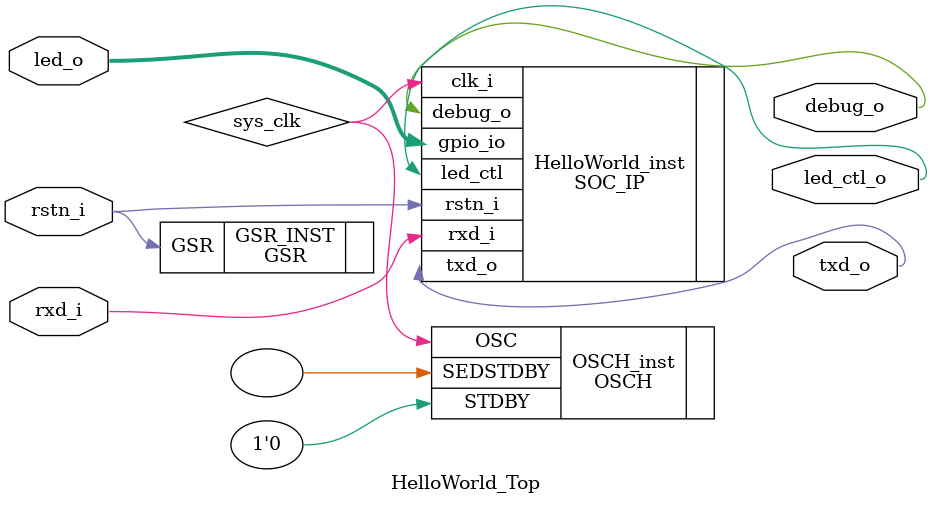
<source format=v>

`timescale 1 ps / 1 ps 

module HelloWorld_Top (
	input  rstn_i,
	input  rxd_i,
	output txd_o,
	inout [7:0] led_o,
	output led_ctl_o,
	output debug_o
);

GSR GSR_INST(.GSR(rstn_i));
wire sys_clk /*synthesis syn_keep = 1*/; 

OSCH #(.NOM_FREQ("38.00")) OSCH_inst (.STDBY(1'b0), .OSC(sys_clk), .SEDSTDBY());

SOC_IP HelloWorld_inst (
	.clk_i(sys_clk),
	.rstn_i(rstn_i),
	.rxd_i(rxd_i),
	.txd_o(txd_o),
	.gpio_io(led_o),
	.led_ctl(led_ctl_o),
	.debug_o(debug_o)
);

endmodule

</source>
